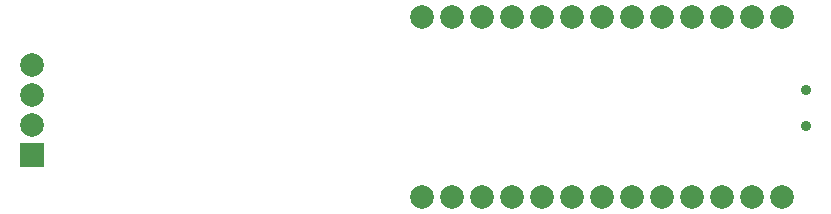
<source format=gbr>
%TF.GenerationSoftware,KiCad,Pcbnew,9.0.0*%
%TF.CreationDate,2025-05-17T10:00:08-07:00*%
%TF.ProjectId,nnv2-toupee,6e6e7632-2d74-46f7-9570-65652e6b6963,rev?*%
%TF.SameCoordinates,Original*%
%TF.FileFunction,Soldermask,Top*%
%TF.FilePolarity,Negative*%
%FSLAX46Y46*%
G04 Gerber Fmt 4.6, Leading zero omitted, Abs format (unit mm)*
G04 Created by KiCad (PCBNEW 9.0.0) date 2025-05-17 10:00:08*
%MOMM*%
%LPD*%
G01*
G04 APERTURE LIST*
%ADD10R,2.000000X2.000000*%
%ADD11C,2.000000*%
%ADD12C,0.900000*%
G04 APERTURE END LIST*
D10*
%TO.C,J3*%
X145000000Y-90495000D03*
D11*
X145000000Y-87955000D03*
X145000000Y-85415000D03*
X145000000Y-82875000D03*
%TD*%
%TO.C,U1*%
X206010000Y-78809991D03*
X203470000Y-78809991D03*
X200930000Y-78809991D03*
X198390000Y-78809991D03*
X195850000Y-78809991D03*
X193310000Y-78809991D03*
X190770000Y-78809991D03*
X188230000Y-78809991D03*
X185690000Y-78809991D03*
X183150000Y-78809991D03*
X180610000Y-78809991D03*
X178070000Y-78809991D03*
X178070010Y-94050001D03*
X180610010Y-94050001D03*
X183150010Y-94050001D03*
X185690010Y-94050001D03*
X188230010Y-94050001D03*
X190770010Y-94050001D03*
X193310010Y-94050001D03*
X195850010Y-94050001D03*
X198390010Y-94050001D03*
X200930010Y-94050001D03*
X203470010Y-94050001D03*
X206010010Y-94050001D03*
X208550000Y-78809991D03*
X208550010Y-94050001D03*
%TD*%
D12*
%TO.C,SW1*%
X210600000Y-85020000D03*
X210600000Y-88020000D03*
%TD*%
M02*

</source>
